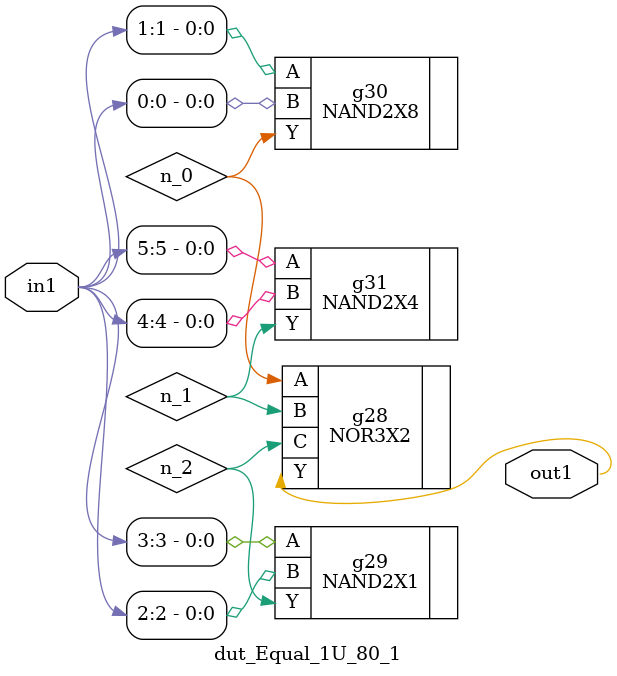
<source format=v>
`timescale 1ps / 1ps


module dut_Equal_1U_80_1(in1, out1);
  input [5:0] in1;
  output out1;
  wire [5:0] in1;
  wire out1;
  wire n_0, n_1, n_2;
  NOR3X2 g28(.A (n_0), .B (n_1), .C (n_2), .Y (out1));
  NAND2X1 g29(.A (in1[3]), .B (in1[2]), .Y (n_2));
  NAND2X4 g31(.A (in1[5]), .B (in1[4]), .Y (n_1));
  NAND2X8 g30(.A (in1[1]), .B (in1[0]), .Y (n_0));
endmodule



</source>
